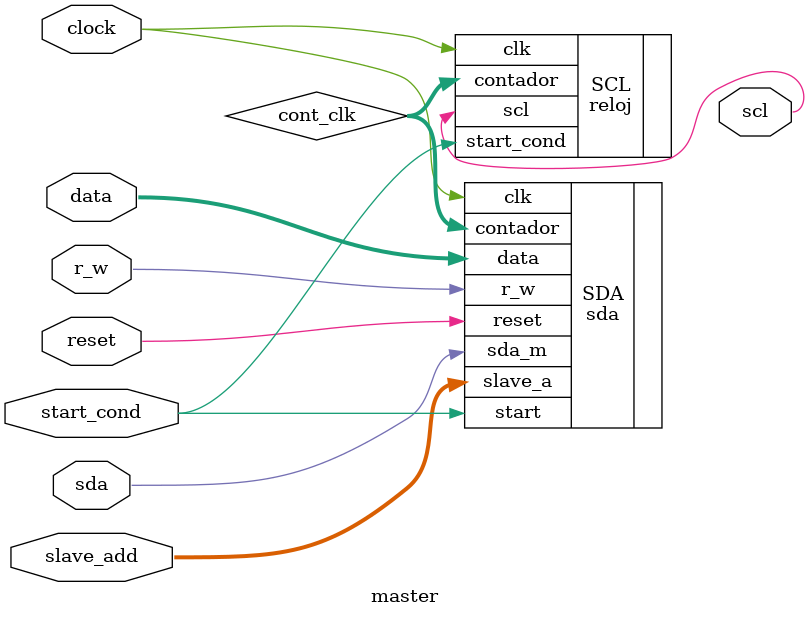
<source format=v>
module master(

input clock,

input reset,

input [6:0]slave_add,

input [7:0]data,

input start_cond,

input r_w,

output reg scl,

inout sda);

wire [4:0]cont_clk;

sda SDA (

.r_w (r_w),
.reset (reset),
.data (data),
.slave_a (slave_add),
.clk (clock),
.contador (cont_clk),
.start (start_cond),
.sda_m (sda)

);

reloj SCL(

.clk (clock),
.start_cond (start_cond),
.contador(cont_clk),
.scl (scl)

);

endmodule

























</source>
